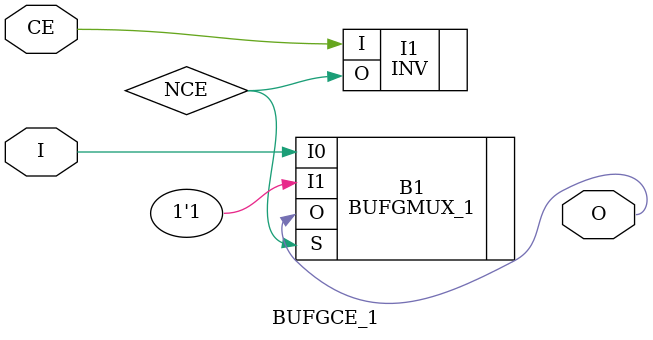
<source format=v>

/*

FUNCTION	: Global Clock Mux Buffer

*/

// `celldefine
`timescale  100 ps / 10 ps

module BUFGCE_1 (O, CE, I);

    output O;

    input  CE, I;

    wire   NCE;

    BUFGMUX_1 B1 (.I0(I),
	.I1(1'b1),
	.O(O),
	.S(NCE));

    INV I1 (.I(CE),
	.O(NCE));

endmodule

</source>
